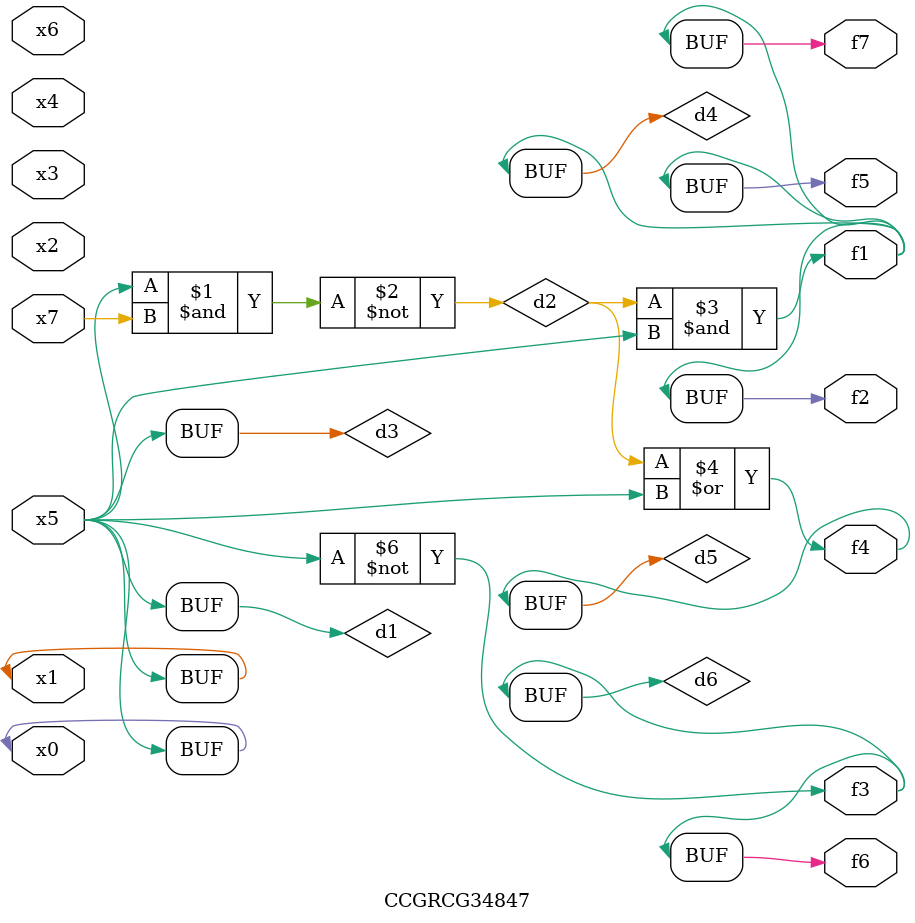
<source format=v>
module CCGRCG34847(
	input x0, x1, x2, x3, x4, x5, x6, x7,
	output f1, f2, f3, f4, f5, f6, f7
);

	wire d1, d2, d3, d4, d5, d6;

	buf (d1, x0, x5);
	nand (d2, x5, x7);
	buf (d3, x0, x1);
	and (d4, d2, d3);
	or (d5, d2, d3);
	nor (d6, d1, d3);
	assign f1 = d4;
	assign f2 = d4;
	assign f3 = d6;
	assign f4 = d5;
	assign f5 = d4;
	assign f6 = d6;
	assign f7 = d4;
endmodule

</source>
